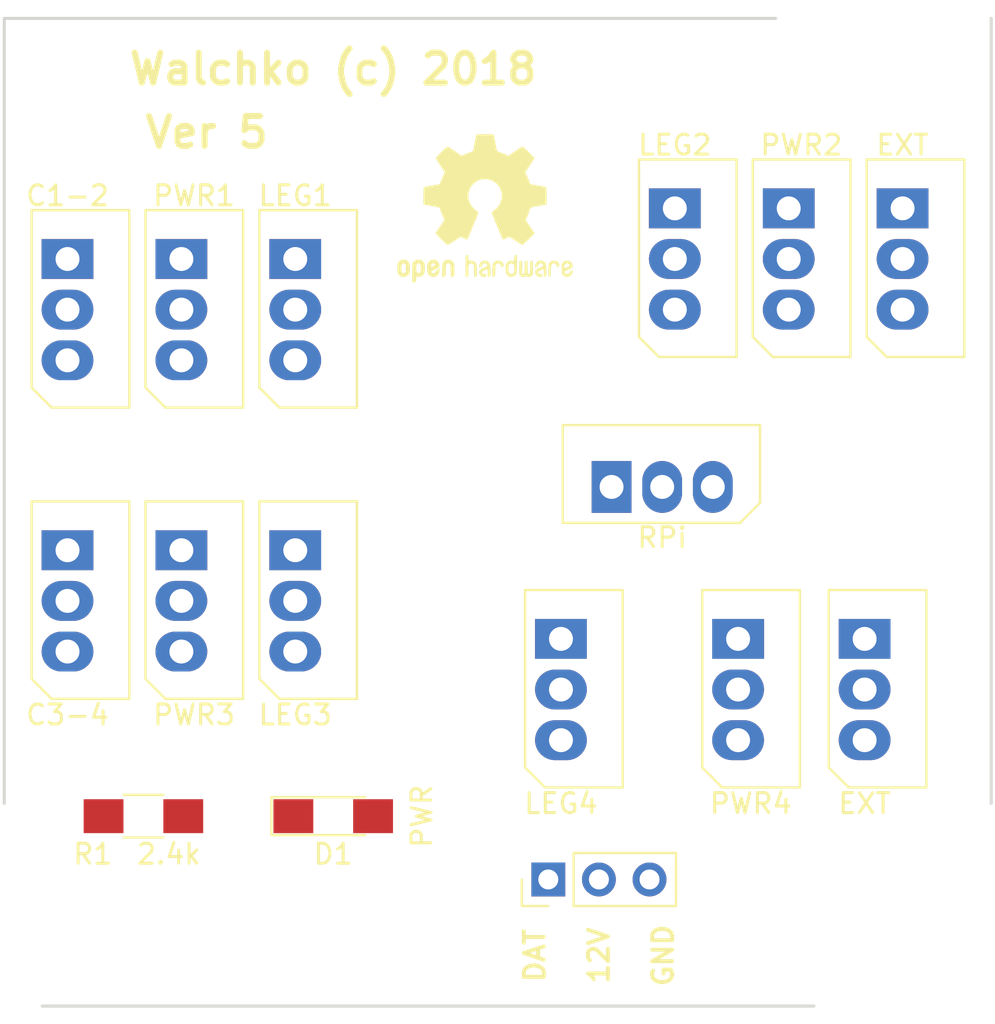
<source format=kicad_pcb>
(kicad_pcb (version 4) (host pcbnew 4.0.7)

  (general
    (links 35)
    (no_connects 35)
    (area 109.144999 59.614999 155.015001 104.215001)
    (thickness 1.6)
    (drawings 7)
    (tracks 0)
    (zones 0)
    (modules 21)
    (nets 8)
  )

  (page USLetter)
  (layers
    (0 F.Cu signal)
    (31 B.Cu signal)
    (32 B.Adhes user)
    (33 F.Adhes user)
    (34 B.Paste user)
    (35 F.Paste user)
    (36 B.SilkS user)
    (37 F.SilkS user)
    (38 B.Mask user)
    (39 F.Mask user)
    (40 Dwgs.User user)
    (41 Cmts.User user)
    (42 Eco1.User user)
    (43 Eco2.User user)
    (44 Edge.Cuts user)
    (45 Margin user)
    (46 B.CrtYd user)
    (47 F.CrtYd user)
    (48 B.Fab user)
    (49 F.Fab user)
  )

  (setup
    (last_trace_width 0.25)
    (user_trace_width 1.6)
    (trace_clearance 0.2)
    (zone_clearance 0.508)
    (zone_45_only no)
    (trace_min 0.2)
    (segment_width 0.2)
    (edge_width 0.15)
    (via_size 0.6)
    (via_drill 0.4)
    (via_min_size 0.4)
    (via_min_drill 0.3)
    (uvia_size 0.3)
    (uvia_drill 0.1)
    (uvias_allowed no)
    (uvia_min_size 0.2)
    (uvia_min_drill 0.1)
    (pcb_text_width 0.3)
    (pcb_text_size 1.5 1.5)
    (mod_edge_width 0.15)
    (mod_text_size 1 1)
    (mod_text_width 0.15)
    (pad_size 1.524 1.524)
    (pad_drill 0.762)
    (pad_to_mask_clearance 0.2)
    (aux_axis_origin 0 0)
    (visible_elements 7FFFFFFF)
    (pcbplotparams
      (layerselection 0x010f0_80000001)
      (usegerberextensions false)
      (excludeedgelayer true)
      (linewidth 0.100000)
      (plotframeref false)
      (viasonmask false)
      (mode 1)
      (useauxorigin false)
      (hpglpennumber 1)
      (hpglpenspeed 20)
      (hpglpendiameter 15)
      (hpglpenoverlay 2)
      (psnegative false)
      (psa4output false)
      (plotreference true)
      (plotvalue true)
      (plotinvisibletext false)
      (padsonsilk false)
      (subtractmaskfromsilk false)
      (outputformat 1)
      (mirror false)
      (drillshape 0)
      (scaleselection 1)
      (outputdirectory gerber/))
  )

  (net 0 "")
  (net 1 DATA)
  (net 2 GND)
  (net 3 +12V)
  (net 4 "Net-(D1-Pad1)")
  (net 5 "Net-(J1-Pad2)")
  (net 6 "Net-(J14-Pad2)")
  (net 7 "Net-(J10-Pad2)")

  (net_class Default "This is the default net class."
    (clearance 0.2)
    (trace_width 0.25)
    (via_dia 0.6)
    (via_drill 0.4)
    (uvia_dia 0.3)
    (uvia_drill 0.1)
    (add_net +12V)
    (add_net DATA)
    (add_net GND)
    (add_net "Net-(D1-Pad1)")
    (add_net "Net-(J1-Pad2)")
    (add_net "Net-(J10-Pad2)")
    (add_net "Net-(J14-Pad2)")
  )

  (net_class A ""
    (clearance 0.2)
    (trace_width 1.5)
    (via_dia 0.6)
    (via_drill 0.4)
    (uvia_dia 0.3)
    (uvia_drill 0.1)
  )

  (module LEDs:LED_1206_HandSoldering (layer F.Cu) (tedit 5ACD0ED0) (tstamp 5A933437)
    (at 125.73 99.695)
    (descr "LED SMD 1206, hand soldering")
    (tags "LED 1206")
    (path /5ACD24C2)
    (attr smd)
    (fp_text reference D1 (at 0 1.905) (layer F.SilkS)
      (effects (font (size 1 1) (thickness 0.15)))
    )
    (fp_text value PWR (at 4.445 0 90) (layer F.SilkS)
      (effects (font (size 1 1) (thickness 0.15)))
    )
    (fp_line (start -3.1 -0.95) (end -3.1 0.95) (layer F.SilkS) (width 0.12))
    (fp_line (start -0.4 0) (end 0.2 -0.4) (layer F.Fab) (width 0.1))
    (fp_line (start 0.2 -0.4) (end 0.2 0.4) (layer F.Fab) (width 0.1))
    (fp_line (start 0.2 0.4) (end -0.4 0) (layer F.Fab) (width 0.1))
    (fp_line (start -0.45 -0.4) (end -0.45 0.4) (layer F.Fab) (width 0.1))
    (fp_line (start -1.6 0.8) (end -1.6 -0.8) (layer F.Fab) (width 0.1))
    (fp_line (start 1.6 0.8) (end -1.6 0.8) (layer F.Fab) (width 0.1))
    (fp_line (start 1.6 -0.8) (end 1.6 0.8) (layer F.Fab) (width 0.1))
    (fp_line (start -1.6 -0.8) (end 1.6 -0.8) (layer F.Fab) (width 0.1))
    (fp_line (start -3.1 0.95) (end 1.6 0.95) (layer F.SilkS) (width 0.12))
    (fp_line (start -3.1 -0.95) (end 1.6 -0.95) (layer F.SilkS) (width 0.12))
    (fp_line (start -3.25 -1.11) (end 3.25 -1.11) (layer F.CrtYd) (width 0.05))
    (fp_line (start -3.25 -1.11) (end -3.25 1.1) (layer F.CrtYd) (width 0.05))
    (fp_line (start 3.25 1.1) (end 3.25 -1.11) (layer F.CrtYd) (width 0.05))
    (fp_line (start 3.25 1.1) (end -3.25 1.1) (layer F.CrtYd) (width 0.05))
    (pad 1 smd rect (at -2 0) (size 2 1.7) (layers F.Cu F.Paste F.Mask)
      (net 4 "Net-(D1-Pad1)"))
    (pad 2 smd rect (at 2 0) (size 2 1.7) (layers F.Cu F.Paste F.Mask)
      (net 3 +12V))
    (model ${KISYS3DMOD}/LEDs.3dshapes/LED_1206.wrl
      (at (xyz 0 0 0))
      (scale (xyz 1 1 1))
      (rotate (xyz 0 0 180))
    )
  )

  (module Connectors_Molex:Molex_SPOX-5267_22-03-5035_03x2.54mm_Straight (layer F.Cu) (tedit 5AF32ABA) (tstamp 5A9394F1)
    (at 112.395 71.755 270)
    (descr "Connector Headers with Friction Lock, 22-03-5035, http://www.molex.com/pdm_docs/ps/PS-5264-001-001.pdf")
    (tags "connector molex SPOX 5267 22-03-5035")
    (path /5A7A565B)
    (fp_text reference J1 (at -1.27 2.54 270) (layer F.Fab)
      (effects (font (size 1 1) (thickness 0.15)))
    )
    (fp_text value C1-2 (at -3.175 0 360) (layer F.SilkS)
      (effects (font (size 1 1) (thickness 0.15)))
    )
    (fp_line (start 6.45 1.8) (end 7.45 0.8) (layer F.SilkS) (width 0.12))
    (fp_line (start -2.45 -3.1) (end -2.45 1.8) (layer F.SilkS) (width 0.12))
    (fp_line (start -2.45 1.8) (end 6.45 1.8) (layer F.SilkS) (width 0.12))
    (fp_line (start 7.45 0.8) (end 7.45 -3.1) (layer F.SilkS) (width 0.12))
    (fp_line (start 7.45 -3.1) (end -2.45 -3.1) (layer F.SilkS) (width 0.12))
    (fp_line (start -2.5 1.85) (end -2.5 -3.15) (layer F.CrtYd) (width 0.05))
    (fp_line (start -2.5 -3.15) (end 7.5 -3.15) (layer F.CrtYd) (width 0.05))
    (fp_line (start 7.5 -3.15) (end 7.5 1.85) (layer F.CrtYd) (width 0.05))
    (fp_line (start 7.5 1.85) (end -2.5 1.85) (layer F.CrtYd) (width 0.05))
    (fp_line (start 7.35 -3) (end -2.35 -3) (layer F.Fab) (width 0.1))
    (fp_line (start 7.35 0.7) (end 7.35 -3) (layer F.Fab) (width 0.1))
    (fp_line (start 6.35 1.7) (end 7.35 0.7) (layer F.Fab) (width 0.1))
    (fp_line (start -2.35 1.7) (end 6.35 1.7) (layer F.Fab) (width 0.1))
    (fp_line (start -2.35 -3) (end -2.35 1.7) (layer F.Fab) (width 0.1))
    (pad 1 thru_hole rect (at 0 0 270) (size 2 2.6) (drill 1.2) (layers *.Cu *.Mask)
      (net 1 DATA))
    (pad 2 thru_hole oval (at 2.54 0 270) (size 2 2.6) (drill 1.2) (layers *.Cu *.Mask)
      (net 5 "Net-(J1-Pad2)"))
    (pad 3 thru_hole oval (at 5.08 0 270) (size 2 2.6) (drill 1.2) (layers *.Cu *.Mask)
      (net 2 GND))
    (model ${KISYS3DMOD}/Connectors_Molex.3dshapes/Molex_SPOX-5267_22-03-5035_03x2.54mm_Straight.wrl
      (at (xyz 0.1 0.023622 0.114173))
      (scale (xyz 1 1 1))
      (rotate (xyz -90 0 180))
    )
  )

  (module Pin_Headers:Pin_Header_Straight_1x03_Pitch2.54mm (layer F.Cu) (tedit 5AF32AFD) (tstamp 5ACD02CA)
    (at 136.525 102.87 90)
    (descr "Through hole straight pin header, 1x03, 2.54mm pitch, single row")
    (tags "Through hole pin header THT 1x03 2.54mm single row")
    (path /5ACD2202)
    (fp_text reference J3 (at 0 -2.33 90) (layer F.Fab)
      (effects (font (size 1 1) (thickness 0.15)))
    )
    (fp_text value Data (at 0 7.41 90) (layer F.Fab)
      (effects (font (size 1 1) (thickness 0.15)))
    )
    (fp_line (start -0.635 -1.27) (end 1.27 -1.27) (layer F.Fab) (width 0.1))
    (fp_line (start 1.27 -1.27) (end 1.27 6.35) (layer F.Fab) (width 0.1))
    (fp_line (start 1.27 6.35) (end -1.27 6.35) (layer F.Fab) (width 0.1))
    (fp_line (start -1.27 6.35) (end -1.27 -0.635) (layer F.Fab) (width 0.1))
    (fp_line (start -1.27 -0.635) (end -0.635 -1.27) (layer F.Fab) (width 0.1))
    (fp_line (start -1.33 6.41) (end 1.33 6.41) (layer F.SilkS) (width 0.12))
    (fp_line (start -1.33 1.27) (end -1.33 6.41) (layer F.SilkS) (width 0.12))
    (fp_line (start 1.33 1.27) (end 1.33 6.41) (layer F.SilkS) (width 0.12))
    (fp_line (start -1.33 1.27) (end 1.33 1.27) (layer F.SilkS) (width 0.12))
    (fp_line (start -1.33 0) (end -1.33 -1.33) (layer F.SilkS) (width 0.12))
    (fp_line (start -1.33 -1.33) (end 0 -1.33) (layer F.SilkS) (width 0.12))
    (fp_line (start -1.8 -1.8) (end -1.8 6.85) (layer F.CrtYd) (width 0.05))
    (fp_line (start -1.8 6.85) (end 1.8 6.85) (layer F.CrtYd) (width 0.05))
    (fp_line (start 1.8 6.85) (end 1.8 -1.8) (layer F.CrtYd) (width 0.05))
    (fp_line (start 1.8 -1.8) (end -1.8 -1.8) (layer F.CrtYd) (width 0.05))
    (fp_text user %R (at 0 2.54 180) (layer F.Fab)
      (effects (font (size 1 1) (thickness 0.15)))
    )
    (pad 1 thru_hole rect (at 0 0 90) (size 1.7 1.7) (drill 1) (layers *.Cu *.Mask)
      (net 1 DATA))
    (pad 2 thru_hole oval (at 0 2.54 90) (size 1.7 1.7) (drill 1) (layers *.Cu *.Mask)
      (net 3 +12V))
    (pad 3 thru_hole oval (at 0 5.08 90) (size 1.7 1.7) (drill 1) (layers *.Cu *.Mask)
      (net 2 GND))
    (model ${KISYS3DMOD}/Pin_Headers.3dshapes/Pin_Header_Straight_1x03_Pitch2.54mm.wrl
      (at (xyz 0 0 0))
      (scale (xyz 1 1 1))
      (rotate (xyz 0 0 0))
    )
  )

  (module Connectors_Molex:Molex_SPOX-5267_22-03-5035_03x2.54mm_Straight (layer F.Cu) (tedit 5AF32AAC) (tstamp 5ACD02D5)
    (at 123.825 71.755 270)
    (descr "Connector Headers with Friction Lock, 22-03-5035, http://www.molex.com/pdm_docs/ps/PS-5264-001-001.pdf")
    (tags "connector molex SPOX 5267 22-03-5035")
    (path /5ACCFEAF)
    (fp_text reference J8 (at 2.54 -3.81 270) (layer F.Fab)
      (effects (font (size 1 1) (thickness 0.15)))
    )
    (fp_text value LEG1 (at -3.175 0 360) (layer F.SilkS)
      (effects (font (size 1 1) (thickness 0.15)))
    )
    (fp_line (start 6.45 1.8) (end 7.45 0.8) (layer F.SilkS) (width 0.12))
    (fp_line (start -2.45 -3.1) (end -2.45 1.8) (layer F.SilkS) (width 0.12))
    (fp_line (start -2.45 1.8) (end 6.45 1.8) (layer F.SilkS) (width 0.12))
    (fp_line (start 7.45 0.8) (end 7.45 -3.1) (layer F.SilkS) (width 0.12))
    (fp_line (start 7.45 -3.1) (end -2.45 -3.1) (layer F.SilkS) (width 0.12))
    (fp_line (start -2.5 1.85) (end -2.5 -3.15) (layer F.CrtYd) (width 0.05))
    (fp_line (start -2.5 -3.15) (end 7.5 -3.15) (layer F.CrtYd) (width 0.05))
    (fp_line (start 7.5 -3.15) (end 7.5 1.85) (layer F.CrtYd) (width 0.05))
    (fp_line (start 7.5 1.85) (end -2.5 1.85) (layer F.CrtYd) (width 0.05))
    (fp_line (start 7.35 -3) (end -2.35 -3) (layer F.Fab) (width 0.1))
    (fp_line (start 7.35 0.7) (end 7.35 -3) (layer F.Fab) (width 0.1))
    (fp_line (start 6.35 1.7) (end 7.35 0.7) (layer F.Fab) (width 0.1))
    (fp_line (start -2.35 1.7) (end 6.35 1.7) (layer F.Fab) (width 0.1))
    (fp_line (start -2.35 -3) (end -2.35 1.7) (layer F.Fab) (width 0.1))
    (pad 1 thru_hole rect (at 0 0 270) (size 2 2.6) (drill 1.2) (layers *.Cu *.Mask)
      (net 1 DATA))
    (pad 2 thru_hole oval (at 2.54 0 270) (size 2 2.6) (drill 1.2) (layers *.Cu *.Mask)
      (net 5 "Net-(J1-Pad2)"))
    (pad 3 thru_hole oval (at 5.08 0 270) (size 2 2.6) (drill 1.2) (layers *.Cu *.Mask)
      (net 2 GND))
    (model ${KISYS3DMOD}/Connectors_Molex.3dshapes/Molex_SPOX-5267_22-03-5035_03x2.54mm_Straight.wrl
      (at (xyz 0.1 0.023622 0.114173))
      (scale (xyz 1 1 1))
      (rotate (xyz -90 0 180))
    )
  )

  (module Connectors_Molex:Molex_SPOX-5267_22-03-5035_03x2.54mm_Straight (layer F.Cu) (tedit 5ACD10F4) (tstamp 5ACD02E0)
    (at 142.875 69.215 270)
    (descr "Connector Headers with Friction Lock, 22-03-5035, http://www.molex.com/pdm_docs/ps/PS-5264-001-001.pdf")
    (tags "connector molex SPOX 5267 22-03-5035")
    (path /5ACD102B)
    (fp_text reference J10 (at 2.54 -3.81 270) (layer F.Fab)
      (effects (font (size 1 1) (thickness 0.15)))
    )
    (fp_text value LEG2 (at -3.175 0 360) (layer F.SilkS)
      (effects (font (size 1 1) (thickness 0.15)))
    )
    (fp_line (start 6.45 1.8) (end 7.45 0.8) (layer F.SilkS) (width 0.12))
    (fp_line (start -2.45 -3.1) (end -2.45 1.8) (layer F.SilkS) (width 0.12))
    (fp_line (start -2.45 1.8) (end 6.45 1.8) (layer F.SilkS) (width 0.12))
    (fp_line (start 7.45 0.8) (end 7.45 -3.1) (layer F.SilkS) (width 0.12))
    (fp_line (start 7.45 -3.1) (end -2.45 -3.1) (layer F.SilkS) (width 0.12))
    (fp_line (start -2.5 1.85) (end -2.5 -3.15) (layer F.CrtYd) (width 0.05))
    (fp_line (start -2.5 -3.15) (end 7.5 -3.15) (layer F.CrtYd) (width 0.05))
    (fp_line (start 7.5 -3.15) (end 7.5 1.85) (layer F.CrtYd) (width 0.05))
    (fp_line (start 7.5 1.85) (end -2.5 1.85) (layer F.CrtYd) (width 0.05))
    (fp_line (start 7.35 -3) (end -2.35 -3) (layer F.Fab) (width 0.1))
    (fp_line (start 7.35 0.7) (end 7.35 -3) (layer F.Fab) (width 0.1))
    (fp_line (start 6.35 1.7) (end 7.35 0.7) (layer F.Fab) (width 0.1))
    (fp_line (start -2.35 1.7) (end 6.35 1.7) (layer F.Fab) (width 0.1))
    (fp_line (start -2.35 -3) (end -2.35 1.7) (layer F.Fab) (width 0.1))
    (pad 1 thru_hole rect (at 0 0 270) (size 2 2.6) (drill 1.2) (layers *.Cu *.Mask)
      (net 1 DATA))
    (pad 2 thru_hole oval (at 2.54 0 270) (size 2 2.6) (drill 1.2) (layers *.Cu *.Mask)
      (net 7 "Net-(J10-Pad2)"))
    (pad 3 thru_hole oval (at 5.08 0 270) (size 2 2.6) (drill 1.2) (layers *.Cu *.Mask)
      (net 2 GND))
    (model ${KISYS3DMOD}/Connectors_Molex.3dshapes/Molex_SPOX-5267_22-03-5035_03x2.54mm_Straight.wrl
      (at (xyz 0.1 0.023622 0.114173))
      (scale (xyz 1 1 1))
      (rotate (xyz -90 0 180))
    )
  )

  (module Connectors_Molex:Molex_SPOX-5267_22-03-5035_03x2.54mm_Straight (layer F.Cu) (tedit 5AF32ACB) (tstamp 5ACD02E6)
    (at 154.305 69.215 270)
    (descr "Connector Headers with Friction Lock, 22-03-5035, http://www.molex.com/pdm_docs/ps/PS-5264-001-001.pdf")
    (tags "connector molex SPOX 5267 22-03-5035")
    (path /5ACD103D)
    (fp_text reference J11 (at 2.54 -3.81 270) (layer F.Fab)
      (effects (font (size 1 1) (thickness 0.15)))
    )
    (fp_text value EXT (at -3.175 0 360) (layer F.SilkS)
      (effects (font (size 1 1) (thickness 0.15)))
    )
    (fp_line (start 6.45 1.8) (end 7.45 0.8) (layer F.SilkS) (width 0.12))
    (fp_line (start -2.45 -3.1) (end -2.45 1.8) (layer F.SilkS) (width 0.12))
    (fp_line (start -2.45 1.8) (end 6.45 1.8) (layer F.SilkS) (width 0.12))
    (fp_line (start 7.45 0.8) (end 7.45 -3.1) (layer F.SilkS) (width 0.12))
    (fp_line (start 7.45 -3.1) (end -2.45 -3.1) (layer F.SilkS) (width 0.12))
    (fp_line (start -2.5 1.85) (end -2.5 -3.15) (layer F.CrtYd) (width 0.05))
    (fp_line (start -2.5 -3.15) (end 7.5 -3.15) (layer F.CrtYd) (width 0.05))
    (fp_line (start 7.5 -3.15) (end 7.5 1.85) (layer F.CrtYd) (width 0.05))
    (fp_line (start 7.5 1.85) (end -2.5 1.85) (layer F.CrtYd) (width 0.05))
    (fp_line (start 7.35 -3) (end -2.35 -3) (layer F.Fab) (width 0.1))
    (fp_line (start 7.35 0.7) (end 7.35 -3) (layer F.Fab) (width 0.1))
    (fp_line (start 6.35 1.7) (end 7.35 0.7) (layer F.Fab) (width 0.1))
    (fp_line (start -2.35 1.7) (end 6.35 1.7) (layer F.Fab) (width 0.1))
    (fp_line (start -2.35 -3) (end -2.35 1.7) (layer F.Fab) (width 0.1))
    (pad 1 thru_hole rect (at 0 0 270) (size 2 2.6) (drill 1.2) (layers *.Cu *.Mask)
      (net 1 DATA))
    (pad 2 thru_hole oval (at 2.54 0 270) (size 2 2.6) (drill 1.2) (layers *.Cu *.Mask)
      (net 7 "Net-(J10-Pad2)"))
    (pad 3 thru_hole oval (at 5.08 0 270) (size 2 2.6) (drill 1.2) (layers *.Cu *.Mask)
      (net 2 GND))
    (model ${KISYS3DMOD}/Connectors_Molex.3dshapes/Molex_SPOX-5267_22-03-5035_03x2.54mm_Straight.wrl
      (at (xyz 0.1 0.023622 0.114173))
      (scale (xyz 1 1 1))
      (rotate (xyz -90 0 180))
    )
  )

  (module Resistors_SMD:R_1206_HandSoldering (layer F.Cu) (tedit 5ACD1121) (tstamp 5ACD02F1)
    (at 116.205 99.695 180)
    (descr "Resistor SMD 1206, hand soldering")
    (tags "resistor 1206")
    (path /5ACD2583)
    (attr smd)
    (fp_text reference R1 (at 2.54 -1.905 180) (layer F.SilkS)
      (effects (font (size 1 1) (thickness 0.15)))
    )
    (fp_text value 2.4k (at -1.27 -1.905 180) (layer F.SilkS)
      (effects (font (size 1 1) (thickness 0.15)))
    )
    (fp_text user %R (at 0 0 180) (layer F.Fab)
      (effects (font (size 0.7 0.7) (thickness 0.105)))
    )
    (fp_line (start -1.6 0.8) (end -1.6 -0.8) (layer F.Fab) (width 0.1))
    (fp_line (start 1.6 0.8) (end -1.6 0.8) (layer F.Fab) (width 0.1))
    (fp_line (start 1.6 -0.8) (end 1.6 0.8) (layer F.Fab) (width 0.1))
    (fp_line (start -1.6 -0.8) (end 1.6 -0.8) (layer F.Fab) (width 0.1))
    (fp_line (start 1 1.07) (end -1 1.07) (layer F.SilkS) (width 0.12))
    (fp_line (start -1 -1.07) (end 1 -1.07) (layer F.SilkS) (width 0.12))
    (fp_line (start -3.25 -1.11) (end 3.25 -1.11) (layer F.CrtYd) (width 0.05))
    (fp_line (start -3.25 -1.11) (end -3.25 1.1) (layer F.CrtYd) (width 0.05))
    (fp_line (start 3.25 1.1) (end 3.25 -1.11) (layer F.CrtYd) (width 0.05))
    (fp_line (start 3.25 1.1) (end -3.25 1.1) (layer F.CrtYd) (width 0.05))
    (pad 1 smd rect (at -2 0 180) (size 2 1.7) (layers F.Cu F.Paste F.Mask)
      (net 4 "Net-(D1-Pad1)"))
    (pad 2 smd rect (at 2 0 180) (size 2 1.7) (layers F.Cu F.Paste F.Mask)
      (net 2 GND))
    (model ${KISYS3DMOD}/Resistors_SMD.3dshapes/R_1206.wrl
      (at (xyz 0 0 0))
      (scale (xyz 1 1 1))
      (rotate (xyz 0 0 0))
    )
  )

  (module Connectors_Molex:Molex_SPOX-5267_22-03-5035_03x2.54mm_Straight (layer F.Cu) (tedit 5AF32AE2) (tstamp 5ACD0802)
    (at 137.16 90.805 270)
    (descr "Connector Headers with Friction Lock, 22-03-5035, http://www.molex.com/pdm_docs/ps/PS-5264-001-001.pdf")
    (tags "connector molex SPOX 5267 22-03-5035")
    (path /5ACD2DCD)
    (fp_text reference J12 (at 2.54 -3.81 270) (layer F.Fab)
      (effects (font (size 1 1) (thickness 0.15)))
    )
    (fp_text value LEG4 (at 8.255 0 360) (layer F.SilkS)
      (effects (font (size 1 1) (thickness 0.15)))
    )
    (fp_line (start 6.45 1.8) (end 7.45 0.8) (layer F.SilkS) (width 0.12))
    (fp_line (start -2.45 -3.1) (end -2.45 1.8) (layer F.SilkS) (width 0.12))
    (fp_line (start -2.45 1.8) (end 6.45 1.8) (layer F.SilkS) (width 0.12))
    (fp_line (start 7.45 0.8) (end 7.45 -3.1) (layer F.SilkS) (width 0.12))
    (fp_line (start 7.45 -3.1) (end -2.45 -3.1) (layer F.SilkS) (width 0.12))
    (fp_line (start -2.5 1.85) (end -2.5 -3.15) (layer F.CrtYd) (width 0.05))
    (fp_line (start -2.5 -3.15) (end 7.5 -3.15) (layer F.CrtYd) (width 0.05))
    (fp_line (start 7.5 -3.15) (end 7.5 1.85) (layer F.CrtYd) (width 0.05))
    (fp_line (start 7.5 1.85) (end -2.5 1.85) (layer F.CrtYd) (width 0.05))
    (fp_line (start 7.35 -3) (end -2.35 -3) (layer F.Fab) (width 0.1))
    (fp_line (start 7.35 0.7) (end 7.35 -3) (layer F.Fab) (width 0.1))
    (fp_line (start 6.35 1.7) (end 7.35 0.7) (layer F.Fab) (width 0.1))
    (fp_line (start -2.35 1.7) (end 6.35 1.7) (layer F.Fab) (width 0.1))
    (fp_line (start -2.35 -3) (end -2.35 1.7) (layer F.Fab) (width 0.1))
    (pad 1 thru_hole rect (at 0 0 270) (size 2 2.6) (drill 1.2) (layers *.Cu *.Mask)
      (net 1 DATA))
    (pad 2 thru_hole oval (at 2.54 0 270) (size 2 2.6) (drill 1.2) (layers *.Cu *.Mask)
      (net 3 +12V))
    (pad 3 thru_hole oval (at 5.08 0 270) (size 2 2.6) (drill 1.2) (layers *.Cu *.Mask)
      (net 2 GND))
    (model ${KISYS3DMOD}/Connectors_Molex.3dshapes/Molex_SPOX-5267_22-03-5035_03x2.54mm_Straight.wrl
      (at (xyz 0.1 0.023622 0.114173))
      (scale (xyz 1 1 1))
      (rotate (xyz -90 0 180))
    )
  )

  (module Connectors_Molex:Molex_SPOX-5267_22-03-5035_03x2.54mm_Straight (layer F.Cu) (tedit 5AF32AF1) (tstamp 5ACD0809)
    (at 152.4 90.805 270)
    (descr "Connector Headers with Friction Lock, 22-03-5035, http://www.molex.com/pdm_docs/ps/PS-5264-001-001.pdf")
    (tags "connector molex SPOX 5267 22-03-5035")
    (path /5ACD2DDF)
    (fp_text reference J13 (at 2.54 -3.81 270) (layer F.Fab)
      (effects (font (size 1 1) (thickness 0.15)))
    )
    (fp_text value EXT (at 8.255 0 360) (layer F.SilkS)
      (effects (font (size 1 1) (thickness 0.15)))
    )
    (fp_line (start 6.45 1.8) (end 7.45 0.8) (layer F.SilkS) (width 0.12))
    (fp_line (start -2.45 -3.1) (end -2.45 1.8) (layer F.SilkS) (width 0.12))
    (fp_line (start -2.45 1.8) (end 6.45 1.8) (layer F.SilkS) (width 0.12))
    (fp_line (start 7.45 0.8) (end 7.45 -3.1) (layer F.SilkS) (width 0.12))
    (fp_line (start 7.45 -3.1) (end -2.45 -3.1) (layer F.SilkS) (width 0.12))
    (fp_line (start -2.5 1.85) (end -2.5 -3.15) (layer F.CrtYd) (width 0.05))
    (fp_line (start -2.5 -3.15) (end 7.5 -3.15) (layer F.CrtYd) (width 0.05))
    (fp_line (start 7.5 -3.15) (end 7.5 1.85) (layer F.CrtYd) (width 0.05))
    (fp_line (start 7.5 1.85) (end -2.5 1.85) (layer F.CrtYd) (width 0.05))
    (fp_line (start 7.35 -3) (end -2.35 -3) (layer F.Fab) (width 0.1))
    (fp_line (start 7.35 0.7) (end 7.35 -3) (layer F.Fab) (width 0.1))
    (fp_line (start 6.35 1.7) (end 7.35 0.7) (layer F.Fab) (width 0.1))
    (fp_line (start -2.35 1.7) (end 6.35 1.7) (layer F.Fab) (width 0.1))
    (fp_line (start -2.35 -3) (end -2.35 1.7) (layer F.Fab) (width 0.1))
    (pad 1 thru_hole rect (at 0 0 270) (size 2 2.6) (drill 1.2) (layers *.Cu *.Mask)
      (net 1 DATA))
    (pad 2 thru_hole oval (at 2.54 0 270) (size 2 2.6) (drill 1.2) (layers *.Cu *.Mask)
      (net 3 +12V))
    (pad 3 thru_hole oval (at 5.08 0 270) (size 2 2.6) (drill 1.2) (layers *.Cu *.Mask)
      (net 2 GND))
    (model ${KISYS3DMOD}/Connectors_Molex.3dshapes/Molex_SPOX-5267_22-03-5035_03x2.54mm_Straight.wrl
      (at (xyz 0.1 0.023622 0.114173))
      (scale (xyz 1 1 1))
      (rotate (xyz -90 0 180))
    )
  )

  (module Connectors_Molex:Molex_SPOX-5267_22-03-5035_03x2.54mm_Straight (layer F.Cu) (tedit 5AF32AD2) (tstamp 5ACD0810)
    (at 112.395 86.36 270)
    (descr "Connector Headers with Friction Lock, 22-03-5035, http://www.molex.com/pdm_docs/ps/PS-5264-001-001.pdf")
    (tags "connector molex SPOX 5267 22-03-5035")
    (path /5ACD2D1C)
    (fp_text reference J14 (at 2.54 -3.81 270) (layer F.Fab)
      (effects (font (size 1 1) (thickness 0.15)))
    )
    (fp_text value C3-4 (at 8.255 0 360) (layer F.SilkS)
      (effects (font (size 1 1) (thickness 0.15)))
    )
    (fp_line (start 6.45 1.8) (end 7.45 0.8) (layer F.SilkS) (width 0.12))
    (fp_line (start -2.45 -3.1) (end -2.45 1.8) (layer F.SilkS) (width 0.12))
    (fp_line (start -2.45 1.8) (end 6.45 1.8) (layer F.SilkS) (width 0.12))
    (fp_line (start 7.45 0.8) (end 7.45 -3.1) (layer F.SilkS) (width 0.12))
    (fp_line (start 7.45 -3.1) (end -2.45 -3.1) (layer F.SilkS) (width 0.12))
    (fp_line (start -2.5 1.85) (end -2.5 -3.15) (layer F.CrtYd) (width 0.05))
    (fp_line (start -2.5 -3.15) (end 7.5 -3.15) (layer F.CrtYd) (width 0.05))
    (fp_line (start 7.5 -3.15) (end 7.5 1.85) (layer F.CrtYd) (width 0.05))
    (fp_line (start 7.5 1.85) (end -2.5 1.85) (layer F.CrtYd) (width 0.05))
    (fp_line (start 7.35 -3) (end -2.35 -3) (layer F.Fab) (width 0.1))
    (fp_line (start 7.35 0.7) (end 7.35 -3) (layer F.Fab) (width 0.1))
    (fp_line (start 6.35 1.7) (end 7.35 0.7) (layer F.Fab) (width 0.1))
    (fp_line (start -2.35 1.7) (end 6.35 1.7) (layer F.Fab) (width 0.1))
    (fp_line (start -2.35 -3) (end -2.35 1.7) (layer F.Fab) (width 0.1))
    (pad 1 thru_hole rect (at 0 0 270) (size 2 2.6) (drill 1.2) (layers *.Cu *.Mask)
      (net 1 DATA))
    (pad 2 thru_hole oval (at 2.54 0 270) (size 2 2.6) (drill 1.2) (layers *.Cu *.Mask)
      (net 6 "Net-(J14-Pad2)"))
    (pad 3 thru_hole oval (at 5.08 0 270) (size 2 2.6) (drill 1.2) (layers *.Cu *.Mask)
      (net 2 GND))
    (model ${KISYS3DMOD}/Connectors_Molex.3dshapes/Molex_SPOX-5267_22-03-5035_03x2.54mm_Straight.wrl
      (at (xyz 0.1 0.023622 0.114173))
      (scale (xyz 1 1 1))
      (rotate (xyz -90 0 180))
    )
  )

  (module Connectors_Molex:Molex_SPOX-5267_22-03-5035_03x2.54mm_Straight (layer F.Cu) (tedit 5AF32ADC) (tstamp 5ACD0817)
    (at 123.825 86.36 270)
    (descr "Connector Headers with Friction Lock, 22-03-5035, http://www.molex.com/pdm_docs/ps/PS-5264-001-001.pdf")
    (tags "connector molex SPOX 5267 22-03-5035")
    (path /5ACD2D2E)
    (fp_text reference J15 (at 2.54 -3.81 270) (layer F.Fab)
      (effects (font (size 1 1) (thickness 0.15)))
    )
    (fp_text value LEG3 (at 8.255 0 360) (layer F.SilkS)
      (effects (font (size 1 1) (thickness 0.15)))
    )
    (fp_line (start 6.45 1.8) (end 7.45 0.8) (layer F.SilkS) (width 0.12))
    (fp_line (start -2.45 -3.1) (end -2.45 1.8) (layer F.SilkS) (width 0.12))
    (fp_line (start -2.45 1.8) (end 6.45 1.8) (layer F.SilkS) (width 0.12))
    (fp_line (start 7.45 0.8) (end 7.45 -3.1) (layer F.SilkS) (width 0.12))
    (fp_line (start 7.45 -3.1) (end -2.45 -3.1) (layer F.SilkS) (width 0.12))
    (fp_line (start -2.5 1.85) (end -2.5 -3.15) (layer F.CrtYd) (width 0.05))
    (fp_line (start -2.5 -3.15) (end 7.5 -3.15) (layer F.CrtYd) (width 0.05))
    (fp_line (start 7.5 -3.15) (end 7.5 1.85) (layer F.CrtYd) (width 0.05))
    (fp_line (start 7.5 1.85) (end -2.5 1.85) (layer F.CrtYd) (width 0.05))
    (fp_line (start 7.35 -3) (end -2.35 -3) (layer F.Fab) (width 0.1))
    (fp_line (start 7.35 0.7) (end 7.35 -3) (layer F.Fab) (width 0.1))
    (fp_line (start 6.35 1.7) (end 7.35 0.7) (layer F.Fab) (width 0.1))
    (fp_line (start -2.35 1.7) (end 6.35 1.7) (layer F.Fab) (width 0.1))
    (fp_line (start -2.35 -3) (end -2.35 1.7) (layer F.Fab) (width 0.1))
    (pad 1 thru_hole rect (at 0 0 270) (size 2 2.6) (drill 1.2) (layers *.Cu *.Mask)
      (net 1 DATA))
    (pad 2 thru_hole oval (at 2.54 0 270) (size 2 2.6) (drill 1.2) (layers *.Cu *.Mask)
      (net 6 "Net-(J14-Pad2)"))
    (pad 3 thru_hole oval (at 5.08 0 270) (size 2 2.6) (drill 1.2) (layers *.Cu *.Mask)
      (net 2 GND))
    (model ${KISYS3DMOD}/Connectors_Molex.3dshapes/Molex_SPOX-5267_22-03-5035_03x2.54mm_Straight.wrl
      (at (xyz 0.1 0.023622 0.114173))
      (scale (xyz 1 1 1))
      (rotate (xyz -90 0 180))
    )
  )

  (module Mounting_Holes:MountingHole_2.2mm_M2 (layer F.Cu) (tedit 5AF3245D) (tstamp 5ACD1C7F)
    (at 155.575 62.23)
    (descr "Mounting Hole 2.2mm, no annular, M2")
    (tags "mounting hole 2.2mm no annular m2")
    (attr virtual)
    (fp_text reference "" (at 0 -3.2) (layer F.SilkS)
      (effects (font (size 1 1) (thickness 0.15)))
    )
    (fp_text value "" (at 0 3.2) (layer F.Fab)
      (effects (font (size 1 1) (thickness 0.15)))
    )
    (fp_text user %R (at 0.3 0) (layer F.Fab)
      (effects (font (size 1 1) (thickness 0.15)))
    )
    (fp_circle (center 0 0) (end 2.2 0) (layer Cmts.User) (width 0.15))
    (fp_circle (center 0 0) (end 2.45 0) (layer F.CrtYd) (width 0.05))
    (pad 1 np_thru_hole circle (at 0 0) (size 2.2 2.2) (drill 2.2) (layers *.Cu *.Mask))
  )

  (module Mounting_Holes:MountingHole_2.2mm_M2 (layer F.Cu) (tedit 5AF32454) (tstamp 5ACD1C8A)
    (at 111.76 62.23)
    (descr "Mounting Hole 2.2mm, no annular, M2")
    (tags "mounting hole 2.2mm no annular m2")
    (attr virtual)
    (fp_text reference "" (at 0 -3.2) (layer F.SilkS)
      (effects (font (size 1 1) (thickness 0.15)))
    )
    (fp_text value "" (at 0 3.2) (layer F.Fab)
      (effects (font (size 1 1) (thickness 0.15)))
    )
    (fp_text user %R (at 0.3 0) (layer F.Fab)
      (effects (font (size 1 1) (thickness 0.15)))
    )
    (fp_circle (center 0 0) (end 2.2 0) (layer Cmts.User) (width 0.15))
    (fp_circle (center 0 0) (end 2.45 0) (layer F.CrtYd) (width 0.05))
    (pad 1 np_thru_hole circle (at 0 0) (size 2.2 2.2) (drill 2.2) (layers *.Cu *.Mask))
  )

  (module Mounting_Holes:MountingHole_2.2mm_M2 (layer F.Cu) (tedit 5AF3244B) (tstamp 5ACD1C8F)
    (at 111.76 106.045)
    (descr "Mounting Hole 2.2mm, no annular, M2")
    (tags "mounting hole 2.2mm no annular m2")
    (attr virtual)
    (fp_text reference "" (at 0 -3.2) (layer F.SilkS)
      (effects (font (size 1 1) (thickness 0.15)))
    )
    (fp_text value "" (at 0 3.2) (layer F.Fab)
      (effects (font (size 1 1) (thickness 0.15)))
    )
    (fp_text user %R (at 0.3 0) (layer F.Fab)
      (effects (font (size 1 1) (thickness 0.15)))
    )
    (fp_circle (center 0 0) (end 2.2 0) (layer Cmts.User) (width 0.15))
    (fp_circle (center 0 0) (end 2.45 0) (layer F.CrtYd) (width 0.05))
    (pad 1 np_thru_hole circle (at 0 0) (size 2.2 2.2) (drill 2.2) (layers *.Cu *.Mask))
  )

  (module Mounting_Holes:MountingHole_2.2mm_M2 (layer F.Cu) (tedit 5AF32443) (tstamp 5ACD1C93)
    (at 155.575 106.68)
    (descr "Mounting Hole 2.2mm, no annular, M2")
    (tags "mounting hole 2.2mm no annular m2")
    (attr virtual)
    (fp_text reference "" (at 0 -3.2) (layer F.SilkS)
      (effects (font (size 1 1) (thickness 0.15)))
    )
    (fp_text value "" (at 0 3.2) (layer F.Fab)
      (effects (font (size 1 1) (thickness 0.15)))
    )
    (fp_text user %R (at 0.3 0) (layer F.Fab)
      (effects (font (size 1 1) (thickness 0.15)))
    )
    (fp_circle (center 0 0) (end 2.2 0) (layer Cmts.User) (width 0.15))
    (fp_circle (center 0 0) (end 2.45 0) (layer F.CrtYd) (width 0.05))
    (pad 1 np_thru_hole circle (at 0 0) (size 2.2 2.2) (drill 2.2) (layers *.Cu *.Mask))
  )

  (module Symbols:OSHW-Logo2_9.8x8mm_SilkScreen (layer F.Cu) (tedit 0) (tstamp 5ACD1D63)
    (at 133.35 69.215)
    (descr "Open Source Hardware Symbol")
    (tags "Logo Symbol OSHW")
    (attr virtual)
    (fp_text reference REF*** (at 0 0) (layer F.SilkS) hide
      (effects (font (size 1 1) (thickness 0.15)))
    )
    (fp_text value OSHW-Logo2_9.8x8mm_SilkScreen (at 0.75 0) (layer F.Fab) hide
      (effects (font (size 1 1) (thickness 0.15)))
    )
    (fp_poly (pts (xy -3.231114 2.584505) (xy -3.156461 2.621727) (xy -3.090569 2.690261) (xy -3.072423 2.715648)
      (xy -3.052655 2.748866) (xy -3.039828 2.784945) (xy -3.03249 2.833098) (xy -3.029187 2.902536)
      (xy -3.028462 2.994206) (xy -3.031737 3.11983) (xy -3.043123 3.214154) (xy -3.064959 3.284523)
      (xy -3.099581 3.338286) (xy -3.14933 3.382788) (xy -3.152986 3.385423) (xy -3.202015 3.412377)
      (xy -3.261055 3.425712) (xy -3.336141 3.429) (xy -3.458205 3.429) (xy -3.458256 3.547497)
      (xy -3.459392 3.613492) (xy -3.466314 3.652202) (xy -3.484402 3.675419) (xy -3.519038 3.694933)
      (xy -3.527355 3.69892) (xy -3.56628 3.717603) (xy -3.596417 3.729403) (xy -3.618826 3.730422)
      (xy -3.634567 3.716761) (xy -3.644698 3.684522) (xy -3.650277 3.629804) (xy -3.652365 3.548711)
      (xy -3.652019 3.437344) (xy -3.6503 3.291802) (xy -3.649763 3.248269) (xy -3.647828 3.098205)
      (xy -3.646096 3.000042) (xy -3.458308 3.000042) (xy -3.457252 3.083364) (xy -3.452562 3.13788)
      (xy -3.441949 3.173837) (xy -3.423128 3.201482) (xy -3.41035 3.214965) (xy -3.35811 3.254417)
      (xy -3.311858 3.257628) (xy -3.264133 3.225049) (xy -3.262923 3.223846) (xy -3.243506 3.198668)
      (xy -3.231693 3.164447) (xy -3.225735 3.111748) (xy -3.22388 3.031131) (xy -3.223846 3.013271)
      (xy -3.22833 2.902175) (xy -3.242926 2.825161) (xy -3.26935 2.778147) (xy -3.309317 2.75705)
      (xy -3.332416 2.754923) (xy -3.387238 2.7649) (xy -3.424842 2.797752) (xy -3.447477 2.857857)
      (xy -3.457394 2.949598) (xy -3.458308 3.000042) (xy -3.646096 3.000042) (xy -3.645778 2.98206)
      (xy -3.643127 2.894679) (xy -3.639394 2.830905) (xy -3.634093 2.785582) (xy -3.626742 2.753555)
      (xy -3.616857 2.729668) (xy -3.603954 2.708764) (xy -3.598421 2.700898) (xy -3.525031 2.626595)
      (xy -3.43224 2.584467) (xy -3.324904 2.572722) (xy -3.231114 2.584505)) (layer F.SilkS) (width 0.01))
    (fp_poly (pts (xy -1.728336 2.595089) (xy -1.665633 2.631358) (xy -1.622039 2.667358) (xy -1.590155 2.705075)
      (xy -1.56819 2.751199) (xy -1.554351 2.812421) (xy -1.546847 2.895431) (xy -1.543883 3.006919)
      (xy -1.543539 3.087062) (xy -1.543539 3.382065) (xy -1.709615 3.456515) (xy -1.719385 3.133402)
      (xy -1.723421 3.012729) (xy -1.727656 2.925141) (xy -1.732903 2.86465) (xy -1.739975 2.825268)
      (xy -1.749689 2.801007) (xy -1.762856 2.78588) (xy -1.767081 2.782606) (xy -1.831091 2.757034)
      (xy -1.895792 2.767153) (xy -1.934308 2.794) (xy -1.949975 2.813024) (xy -1.96082 2.837988)
      (xy -1.967712 2.875834) (xy -1.971521 2.933502) (xy -1.973117 3.017935) (xy -1.973385 3.105928)
      (xy -1.973437 3.216323) (xy -1.975328 3.294463) (xy -1.981655 3.347165) (xy -1.995017 3.381242)
      (xy -2.018015 3.403511) (xy -2.053246 3.420787) (xy -2.100303 3.438738) (xy -2.151697 3.458278)
      (xy -2.145579 3.111485) (xy -2.143116 2.986468) (xy -2.140233 2.894082) (xy -2.136102 2.827881)
      (xy -2.129893 2.78142) (xy -2.120774 2.748256) (xy -2.107917 2.721944) (xy -2.092416 2.698729)
      (xy -2.017629 2.624569) (xy -1.926372 2.581684) (xy -1.827117 2.571412) (xy -1.728336 2.595089)) (layer F.SilkS) (width 0.01))
    (fp_poly (pts (xy -3.983114 2.587256) (xy -3.891536 2.635409) (xy -3.823951 2.712905) (xy -3.799943 2.762727)
      (xy -3.781262 2.837533) (xy -3.771699 2.932052) (xy -3.770792 3.03521) (xy -3.778079 3.135935)
      (xy -3.793097 3.223153) (xy -3.815385 3.285791) (xy -3.822235 3.296579) (xy -3.903368 3.377105)
      (xy -3.999734 3.425336) (xy -4.104299 3.43945) (xy -4.210032 3.417629) (xy -4.239457 3.404547)
      (xy -4.296759 3.364231) (xy -4.34705 3.310775) (xy -4.351803 3.303995) (xy -4.371122 3.271321)
      (xy -4.383892 3.236394) (xy -4.391436 3.190414) (xy -4.395076 3.124584) (xy -4.396135 3.030105)
      (xy -4.396154 3.008923) (xy -4.396106 3.002182) (xy -4.200769 3.002182) (xy -4.199632 3.091349)
      (xy -4.195159 3.15052) (xy -4.185754 3.188741) (xy -4.169824 3.215053) (xy -4.161692 3.223846)
      (xy -4.114942 3.257261) (xy -4.069553 3.255737) (xy -4.02366 3.226752) (xy -3.996288 3.195809)
      (xy -3.980077 3.150643) (xy -3.970974 3.07942) (xy -3.970349 3.071114) (xy -3.968796 2.942037)
      (xy -3.985035 2.846172) (xy -4.018848 2.784107) (xy -4.070016 2.756432) (xy -4.08828 2.754923)
      (xy -4.13624 2.762513) (xy -4.169047 2.788808) (xy -4.189105 2.839095) (xy -4.198822 2.918664)
      (xy -4.200769 3.002182) (xy -4.396106 3.002182) (xy -4.395426 2.908249) (xy -4.392371 2.837906)
      (xy -4.385678 2.789163) (xy -4.37404 2.753288) (xy -4.356147 2.721548) (xy -4.352192 2.715648)
      (xy -4.285733 2.636104) (xy -4.213315 2.589929) (xy -4.125151 2.571599) (xy -4.095213 2.570703)
      (xy -3.983114 2.587256)) (layer F.SilkS) (width 0.01))
    (fp_poly (pts (xy -2.465746 2.599745) (xy -2.388714 2.651567) (xy -2.329184 2.726412) (xy -2.293622 2.821654)
      (xy -2.286429 2.891756) (xy -2.287246 2.921009) (xy -2.294086 2.943407) (xy -2.312888 2.963474)
      (xy -2.349592 2.985733) (xy -2.410138 3.014709) (xy -2.500466 3.054927) (xy -2.500923 3.055129)
      (xy -2.584067 3.09321) (xy -2.652247 3.127025) (xy -2.698495 3.152933) (xy -2.715842 3.167295)
      (xy -2.715846 3.167411) (xy -2.700557 3.198685) (xy -2.664804 3.233157) (xy -2.623758 3.25799)
      (xy -2.602963 3.262923) (xy -2.54623 3.245862) (xy -2.497373 3.203133) (xy -2.473535 3.156155)
      (xy -2.450603 3.121522) (xy -2.405682 3.082081) (xy -2.352877 3.048009) (xy -2.30629 3.02948)
      (xy -2.296548 3.028462) (xy -2.285582 3.045215) (xy -2.284921 3.088039) (xy -2.29298 3.145781)
      (xy -2.308173 3.207289) (xy -2.328914 3.261409) (xy -2.329962 3.26351) (xy -2.392379 3.35066)
      (xy -2.473274 3.409939) (xy -2.565144 3.439034) (xy -2.660487 3.435634) (xy -2.751802 3.397428)
      (xy -2.755862 3.394741) (xy -2.827694 3.329642) (xy -2.874927 3.244705) (xy -2.901066 3.133021)
      (xy -2.904574 3.101643) (xy -2.910787 2.953536) (xy -2.903339 2.884468) (xy -2.715846 2.884468)
      (xy -2.71341 2.927552) (xy -2.700086 2.940126) (xy -2.666868 2.930719) (xy -2.614506 2.908483)
      (xy -2.555976 2.88061) (xy -2.554521 2.879872) (xy -2.504911 2.853777) (xy -2.485 2.836363)
      (xy -2.48991 2.818107) (xy -2.510584 2.79412) (xy -2.563181 2.759406) (xy -2.619823 2.756856)
      (xy -2.670631 2.782119) (xy -2.705724 2.830847) (xy -2.715846 2.884468) (xy -2.903339 2.884468)
      (xy -2.898008 2.835036) (xy -2.865222 2.741055) (xy -2.819579 2.675215) (xy -2.737198 2.608681)
      (xy -2.646454 2.575676) (xy -2.553815 2.573573) (xy -2.465746 2.599745)) (layer F.SilkS) (width 0.01))
    (fp_poly (pts (xy -0.840154 2.49212) (xy -0.834428 2.57198) (xy -0.827851 2.619039) (xy -0.818738 2.639566)
      (xy -0.805402 2.639829) (xy -0.801077 2.637378) (xy -0.743556 2.619636) (xy -0.668732 2.620672)
      (xy -0.592661 2.63891) (xy -0.545082 2.662505) (xy -0.496298 2.700198) (xy -0.460636 2.742855)
      (xy -0.436155 2.797057) (xy -0.420913 2.869384) (xy -0.41297 2.966419) (xy -0.410384 3.094742)
      (xy -0.410338 3.119358) (xy -0.410308 3.39587) (xy -0.471839 3.41732) (xy -0.515541 3.431912)
      (xy -0.539518 3.438706) (xy -0.540223 3.438769) (xy -0.542585 3.420345) (xy -0.544594 3.369526)
      (xy -0.546099 3.292993) (xy -0.546947 3.19743) (xy -0.547077 3.139329) (xy -0.547349 3.024771)
      (xy -0.548748 2.942667) (xy -0.552151 2.886393) (xy -0.558433 2.849326) (xy -0.568471 2.824844)
      (xy -0.583139 2.806325) (xy -0.592298 2.797406) (xy -0.655211 2.761466) (xy -0.723864 2.758775)
      (xy -0.786152 2.78917) (xy -0.797671 2.800144) (xy -0.814567 2.820779) (xy -0.826286 2.845256)
      (xy -0.833767 2.880647) (xy -0.837946 2.934026) (xy -0.839763 3.012466) (xy -0.840154 3.120617)
      (xy -0.840154 3.39587) (xy -0.901685 3.41732) (xy -0.945387 3.431912) (xy -0.969364 3.438706)
      (xy -0.97007 3.438769) (xy -0.971874 3.420069) (xy -0.9735 3.367322) (xy -0.974883 3.285557)
      (xy -0.975958 3.179805) (xy -0.97666 3.055094) (xy -0.976923 2.916455) (xy -0.976923 2.381806)
      (xy -0.849923 2.328236) (xy -0.840154 2.49212)) (layer F.SilkS) (width 0.01))
    (fp_poly (pts (xy 0.053501 2.626303) (xy 0.13006 2.654733) (xy 0.130936 2.655279) (xy 0.178285 2.690127)
      (xy 0.213241 2.730852) (xy 0.237825 2.783925) (xy 0.254062 2.855814) (xy 0.263975 2.952992)
      (xy 0.269586 3.081928) (xy 0.270077 3.100298) (xy 0.277141 3.377287) (xy 0.217695 3.408028)
      (xy 0.174681 3.428802) (xy 0.14871 3.438646) (xy 0.147509 3.438769) (xy 0.143014 3.420606)
      (xy 0.139444 3.371612) (xy 0.137248 3.300031) (xy 0.136769 3.242068) (xy 0.136758 3.14817)
      (xy 0.132466 3.089203) (xy 0.117503 3.061079) (xy 0.085482 3.059706) (xy 0.030014 3.080998)
      (xy -0.053731 3.120136) (xy -0.115311 3.152643) (xy -0.146983 3.180845) (xy -0.156294 3.211582)
      (xy -0.156308 3.213104) (xy -0.140943 3.266054) (xy -0.095453 3.29466) (xy -0.025834 3.298803)
      (xy 0.024313 3.298084) (xy 0.050754 3.312527) (xy 0.067243 3.347218) (xy 0.076733 3.391416)
      (xy 0.063057 3.416493) (xy 0.057907 3.420082) (xy 0.009425 3.434496) (xy -0.058469 3.436537)
      (xy -0.128388 3.426983) (xy -0.177932 3.409522) (xy -0.24643 3.351364) (xy -0.285366 3.270408)
      (xy -0.293077 3.20716) (xy -0.287193 3.150111) (xy -0.265899 3.103542) (xy -0.223735 3.062181)
      (xy -0.155241 3.020755) (xy -0.054956 2.973993) (xy -0.048846 2.97135) (xy 0.04149 2.929617)
      (xy 0.097235 2.895391) (xy 0.121129 2.864635) (xy 0.115913 2.833311) (xy 0.084328 2.797383)
      (xy 0.074883 2.789116) (xy 0.011617 2.757058) (xy -0.053936 2.758407) (xy -0.111028 2.789838)
      (xy -0.148907 2.848024) (xy -0.152426 2.859446) (xy -0.1867 2.914837) (xy -0.230191 2.941518)
      (xy -0.293077 2.96796) (xy -0.293077 2.899548) (xy -0.273948 2.80011) (xy -0.217169 2.708902)
      (xy -0.187622 2.678389) (xy -0.120458 2.639228) (xy -0.035044 2.6215) (xy 0.053501 2.626303)) (layer F.SilkS) (width 0.01))
    (fp_poly (pts (xy 0.713362 2.62467) (xy 0.802117 2.657421) (xy 0.874022 2.71535) (xy 0.902144 2.756128)
      (xy 0.932802 2.830954) (xy 0.932165 2.885058) (xy 0.899987 2.921446) (xy 0.888081 2.927633)
      (xy 0.836675 2.946925) (xy 0.810422 2.941982) (xy 0.80153 2.909587) (xy 0.801077 2.891692)
      (xy 0.784797 2.825859) (xy 0.742365 2.779807) (xy 0.683388 2.757564) (xy 0.617475 2.763161)
      (xy 0.563895 2.792229) (xy 0.545798 2.80881) (xy 0.532971 2.828925) (xy 0.524306 2.859332)
      (xy 0.518696 2.906788) (xy 0.515035 2.97805) (xy 0.512215 3.079875) (xy 0.511484 3.112115)
      (xy 0.50882 3.22241) (xy 0.505792 3.300036) (xy 0.50125 3.351396) (xy 0.494046 3.38289)
      (xy 0.483033 3.40092) (xy 0.46706 3.411888) (xy 0.456834 3.416733) (xy 0.413406 3.433301)
      (xy 0.387842 3.438769) (xy 0.379395 3.420507) (xy 0.374239 3.365296) (xy 0.372346 3.272499)
      (xy 0.373689 3.141478) (xy 0.374107 3.121269) (xy 0.377058 3.001733) (xy 0.380548 2.914449)
      (xy 0.385514 2.852591) (xy 0.392893 2.809336) (xy 0.403624 2.77786) (xy 0.418645 2.751339)
      (xy 0.426502 2.739975) (xy 0.471553 2.689692) (xy 0.52194 2.650581) (xy 0.528108 2.647167)
      (xy 0.618458 2.620212) (xy 0.713362 2.62467)) (layer F.SilkS) (width 0.01))
    (fp_poly (pts (xy 1.602081 2.780289) (xy 1.601833 2.92632) (xy 1.600872 3.038655) (xy 1.598794 3.122678)
      (xy 1.595193 3.183769) (xy 1.589665 3.227309) (xy 1.581804 3.258679) (xy 1.571207 3.283262)
      (xy 1.563182 3.297294) (xy 1.496728 3.373388) (xy 1.41247 3.421084) (xy 1.319249 3.438199)
      (xy 1.2259 3.422546) (xy 1.170312 3.394418) (xy 1.111957 3.34576) (xy 1.072186 3.286333)
      (xy 1.04819 3.208507) (xy 1.037161 3.104652) (xy 1.035599 3.028462) (xy 1.035809 3.022986)
      (xy 1.172308 3.022986) (xy 1.173141 3.110355) (xy 1.176961 3.168192) (xy 1.185746 3.206029)
      (xy 1.201474 3.233398) (xy 1.220266 3.254042) (xy 1.283375 3.29389) (xy 1.351137 3.297295)
      (xy 1.415179 3.264025) (xy 1.420164 3.259517) (xy 1.441439 3.236067) (xy 1.454779 3.208166)
      (xy 1.462001 3.166641) (xy 1.464923 3.102316) (xy 1.465385 3.0312) (xy 1.464383 2.941858)
      (xy 1.460238 2.882258) (xy 1.451236 2.843089) (xy 1.435667 2.81504) (xy 1.422902 2.800144)
      (xy 1.3636 2.762575) (xy 1.295301 2.758057) (xy 1.23011 2.786753) (xy 1.217528 2.797406)
      (xy 1.196111 2.821063) (xy 1.182744 2.849251) (xy 1.175566 2.891245) (xy 1.172719 2.956319)
      (xy 1.172308 3.022986) (xy 1.035809 3.022986) (xy 1.040322 2.905765) (xy 1.056362 2.813577)
      (xy 1.086528 2.744269) (xy 1.133629 2.690211) (xy 1.170312 2.662505) (xy 1.23699 2.632572)
      (xy 1.314272 2.618678) (xy 1.38611 2.622397) (xy 1.426308 2.6374) (xy 1.442082 2.64167)
      (xy 1.45255 2.62575) (xy 1.459856 2.583089) (xy 1.465385 2.518106) (xy 1.471437 2.445732)
      (xy 1.479844 2.402187) (xy 1.495141 2.377287) (xy 1.521864 2.360845) (xy 1.538654 2.353564)
      (xy 1.602154 2.326963) (xy 1.602081 2.780289)) (layer F.SilkS) (width 0.01))
    (fp_poly (pts (xy 2.395929 2.636662) (xy 2.398911 2.688068) (xy 2.401247 2.766192) (xy 2.402749 2.864857)
      (xy 2.403231 2.968343) (xy 2.403231 3.318533) (xy 2.341401 3.380363) (xy 2.298793 3.418462)
      (xy 2.26139 3.433895) (xy 2.21027 3.432918) (xy 2.189978 3.430433) (xy 2.126554 3.4232)
      (xy 2.074095 3.419055) (xy 2.061308 3.418672) (xy 2.018199 3.421176) (xy 1.956544 3.427462)
      (xy 1.932638 3.430433) (xy 1.873922 3.435028) (xy 1.834464 3.425046) (xy 1.795338 3.394228)
      (xy 1.781215 3.380363) (xy 1.719385 3.318533) (xy 1.719385 2.663503) (xy 1.76915 2.640829)
      (xy 1.812002 2.624034) (xy 1.837073 2.618154) (xy 1.843501 2.636736) (xy 1.849509 2.688655)
      (xy 1.854697 2.768172) (xy 1.858664 2.869546) (xy 1.860577 2.955192) (xy 1.865923 3.292231)
      (xy 1.91256 3.298825) (xy 1.954976 3.294214) (xy 1.97576 3.279287) (xy 1.98157 3.251377)
      (xy 1.98653 3.191925) (xy 1.990246 3.108466) (xy 1.992324 3.008532) (xy 1.992624 2.957104)
      (xy 1.992923 2.661054) (xy 2.054454 2.639604) (xy 2.098004 2.62502) (xy 2.121694 2.618219)
      (xy 2.122377 2.618154) (xy 2.124754 2.636642) (xy 2.127366 2.687906) (xy 2.129995 2.765649)
      (xy 2.132421 2.863574) (xy 2.134115 2.955192) (xy 2.139461 3.292231) (xy 2.256692 3.292231)
      (xy 2.262072 2.984746) (xy 2.267451 2.677261) (xy 2.324601 2.647707) (xy 2.366797 2.627413)
      (xy 2.39177 2.618204) (xy 2.392491 2.618154) (xy 2.395929 2.636662)) (layer F.SilkS) (width 0.01))
    (fp_poly (pts (xy 2.887333 2.633528) (xy 2.94359 2.659117) (xy 2.987747 2.690124) (xy 3.020101 2.724795)
      (xy 3.042438 2.76952) (xy 3.056546 2.830692) (xy 3.064211 2.914701) (xy 3.06722 3.02794)
      (xy 3.067538 3.102509) (xy 3.067538 3.39342) (xy 3.017773 3.416095) (xy 2.978576 3.432667)
      (xy 2.959157 3.438769) (xy 2.955442 3.42061) (xy 2.952495 3.371648) (xy 2.950691 3.300153)
      (xy 2.950308 3.243385) (xy 2.948661 3.161371) (xy 2.944222 3.096309) (xy 2.93774 3.056467)
      (xy 2.93259 3.048) (xy 2.897977 3.056646) (xy 2.84364 3.078823) (xy 2.780722 3.108886)
      (xy 2.720368 3.141192) (xy 2.673721 3.170098) (xy 2.651926 3.189961) (xy 2.651839 3.190175)
      (xy 2.653714 3.226935) (xy 2.670525 3.262026) (xy 2.700039 3.290528) (xy 2.743116 3.300061)
      (xy 2.779932 3.29895) (xy 2.832074 3.298133) (xy 2.859444 3.310349) (xy 2.875882 3.342624)
      (xy 2.877955 3.34871) (xy 2.885081 3.394739) (xy 2.866024 3.422687) (xy 2.816353 3.436007)
      (xy 2.762697 3.43847) (xy 2.666142 3.42021) (xy 2.616159 3.394131) (xy 2.554429 3.332868)
      (xy 2.52169 3.25767) (xy 2.518753 3.178211) (xy 2.546424 3.104167) (xy 2.588047 3.057769)
      (xy 2.629604 3.031793) (xy 2.694922 2.998907) (xy 2.771038 2.965557) (xy 2.783726 2.960461)
      (xy 2.867333 2.923565) (xy 2.91553 2.891046) (xy 2.93103 2.858718) (xy 2.91655 2.822394)
      (xy 2.891692 2.794) (xy 2.832939 2.759039) (xy 2.768293 2.756417) (xy 2.709008 2.783358)
      (xy 2.666339 2.837088) (xy 2.660739 2.85095) (xy 2.628133 2.901936) (xy 2.58053 2.939787)
      (xy 2.520461 2.97085) (xy 2.520461 2.882768) (xy 2.523997 2.828951) (xy 2.539156 2.786534)
      (xy 2.572768 2.741279) (xy 2.605035 2.70642) (xy 2.655209 2.657062) (xy 2.694193 2.630547)
      (xy 2.736064 2.619911) (xy 2.78346 2.618154) (xy 2.887333 2.633528)) (layer F.SilkS) (width 0.01))
    (fp_poly (pts (xy 3.570807 2.636782) (xy 3.594161 2.646988) (xy 3.649902 2.691134) (xy 3.697569 2.754967)
      (xy 3.727048 2.823087) (xy 3.731846 2.85667) (xy 3.71576 2.903556) (xy 3.680475 2.928365)
      (xy 3.642644 2.943387) (xy 3.625321 2.946155) (xy 3.616886 2.926066) (xy 3.60023 2.882351)
      (xy 3.592923 2.862598) (xy 3.551948 2.794271) (xy 3.492622 2.760191) (xy 3.416552 2.761239)
      (xy 3.410918 2.762581) (xy 3.370305 2.781836) (xy 3.340448 2.819375) (xy 3.320055 2.879809)
      (xy 3.307836 2.967751) (xy 3.3025 3.087813) (xy 3.302 3.151698) (xy 3.301752 3.252403)
      (xy 3.300126 3.321054) (xy 3.295801 3.364673) (xy 3.287454 3.390282) (xy 3.273765 3.404903)
      (xy 3.253411 3.415558) (xy 3.252234 3.416095) (xy 3.213038 3.432667) (xy 3.193619 3.438769)
      (xy 3.190635 3.420319) (xy 3.188081 3.369323) (xy 3.18614 3.292308) (xy 3.184997 3.195805)
      (xy 3.184769 3.125184) (xy 3.185932 2.988525) (xy 3.190479 2.884851) (xy 3.199999 2.808108)
      (xy 3.216081 2.752246) (xy 3.240313 2.711212) (xy 3.274286 2.678954) (xy 3.307833 2.65644)
      (xy 3.388499 2.626476) (xy 3.482381 2.619718) (xy 3.570807 2.636782)) (layer F.SilkS) (width 0.01))
    (fp_poly (pts (xy 4.245224 2.647838) (xy 4.322528 2.698361) (xy 4.359814 2.74359) (xy 4.389353 2.825663)
      (xy 4.391699 2.890607) (xy 4.386385 2.977445) (xy 4.186115 3.065103) (xy 4.088739 3.109887)
      (xy 4.025113 3.145913) (xy 3.992029 3.177117) (xy 3.98628 3.207436) (xy 4.004658 3.240805)
      (xy 4.024923 3.262923) (xy 4.083889 3.298393) (xy 4.148024 3.300879) (xy 4.206926 3.273235)
      (xy 4.250197 3.21832) (xy 4.257936 3.198928) (xy 4.295006 3.138364) (xy 4.337654 3.112552)
      (xy 4.396154 3.090471) (xy 4.396154 3.174184) (xy 4.390982 3.23115) (xy 4.370723 3.279189)
      (xy 4.328262 3.334346) (xy 4.321951 3.341514) (xy 4.27472 3.390585) (xy 4.234121 3.41692)
      (xy 4.183328 3.429035) (xy 4.14122 3.433003) (xy 4.065902 3.433991) (xy 4.012286 3.421466)
      (xy 3.978838 3.402869) (xy 3.926268 3.361975) (xy 3.889879 3.317748) (xy 3.86685 3.262126)
      (xy 3.854359 3.187047) (xy 3.849587 3.084449) (xy 3.849206 3.032376) (xy 3.850501 2.969948)
      (xy 3.968471 2.969948) (xy 3.969839 3.003438) (xy 3.973249 3.008923) (xy 3.995753 3.001472)
      (xy 4.044182 2.981753) (xy 4.108908 2.953718) (xy 4.122443 2.947692) (xy 4.204244 2.906096)
      (xy 4.249312 2.869538) (xy 4.259217 2.835296) (xy 4.235526 2.800648) (xy 4.21596 2.785339)
      (xy 4.14536 2.754721) (xy 4.07928 2.75978) (xy 4.023959 2.797151) (xy 3.985636 2.863473)
      (xy 3.973349 2.916116) (xy 3.968471 2.969948) (xy 3.850501 2.969948) (xy 3.85173 2.91072)
      (xy 3.861032 2.82071) (xy 3.87946 2.755167) (xy 3.90936 2.706912) (xy 3.95308 2.668767)
      (xy 3.972141 2.65644) (xy 4.058726 2.624336) (xy 4.153522 2.622316) (xy 4.245224 2.647838)) (layer F.SilkS) (width 0.01))
    (fp_poly (pts (xy 0.139878 -3.712224) (xy 0.245612 -3.711645) (xy 0.322132 -3.710078) (xy 0.374372 -3.707028)
      (xy 0.407263 -3.702004) (xy 0.425737 -3.694511) (xy 0.434727 -3.684056) (xy 0.439163 -3.670147)
      (xy 0.439594 -3.668346) (xy 0.446333 -3.635855) (xy 0.458808 -3.571748) (xy 0.475719 -3.482849)
      (xy 0.495771 -3.375981) (xy 0.517664 -3.257967) (xy 0.518429 -3.253822) (xy 0.540359 -3.138169)
      (xy 0.560877 -3.035986) (xy 0.578659 -2.953402) (xy 0.592381 -2.896544) (xy 0.600718 -2.871542)
      (xy 0.601116 -2.871099) (xy 0.625677 -2.85889) (xy 0.676315 -2.838544) (xy 0.742095 -2.814455)
      (xy 0.742461 -2.814326) (xy 0.825317 -2.783182) (xy 0.923 -2.743509) (xy 1.015077 -2.703619)
      (xy 1.019434 -2.701647) (xy 1.169407 -2.63358) (xy 1.501498 -2.860361) (xy 1.603374 -2.929496)
      (xy 1.695657 -2.991303) (xy 1.773003 -3.042267) (xy 1.830064 -3.078873) (xy 1.861495 -3.097606)
      (xy 1.864479 -3.098996) (xy 1.887321 -3.09281) (xy 1.929982 -3.062965) (xy 1.994128 -3.008053)
      (xy 2.081421 -2.926666) (xy 2.170535 -2.840078) (xy 2.256441 -2.754753) (xy 2.333327 -2.676892)
      (xy 2.396564 -2.611303) (xy 2.441523 -2.562795) (xy 2.463576 -2.536175) (xy 2.464396 -2.534805)
      (xy 2.466834 -2.516537) (xy 2.45765 -2.486705) (xy 2.434574 -2.441279) (xy 2.395337 -2.37623)
      (xy 2.33767 -2.28753) (xy 2.260795 -2.173343) (xy 2.19257 -2.072838) (xy 2.131582 -1.982697)
      (xy 2.081356 -1.908151) (xy 2.045416 -1.854435) (xy 2.027287 -1.826782) (xy 2.026146 -1.824905)
      (xy 2.028359 -1.79841) (xy 2.045138 -1.746914) (xy 2.073142 -1.680149) (xy 2.083122 -1.658828)
      (xy 2.126672 -1.563841) (xy 2.173134 -1.456063) (xy 2.210877 -1.362808) (xy 2.238073 -1.293594)
      (xy 2.259675 -1.240994) (xy 2.272158 -1.213503) (xy 2.273709 -1.211384) (xy 2.296668 -1.207876)
      (xy 2.350786 -1.198262) (xy 2.428868 -1.183911) (xy 2.523719 -1.166193) (xy 2.628143 -1.146475)
      (xy 2.734944 -1.126126) (xy 2.836926 -1.106514) (xy 2.926894 -1.089009) (xy 2.997653 -1.074978)
      (xy 3.042006 -1.065791) (xy 3.052885 -1.063193) (xy 3.064122 -1.056782) (xy 3.072605 -1.042303)
      (xy 3.078714 -1.014867) (xy 3.082832 -0.969589) (xy 3.085341 -0.90158) (xy 3.086621 -0.805953)
      (xy 3.087054 -0.67782) (xy 3.087077 -0.625299) (xy 3.087077 -0.198155) (xy 2.9845 -0.177909)
      (xy 2.927431 -0.16693) (xy 2.842269 -0.150905) (xy 2.739372 -0.131767) (xy 2.629096 -0.111449)
      (xy 2.598615 -0.105868) (xy 2.496855 -0.086083) (xy 2.408205 -0.066627) (xy 2.340108 -0.049303)
      (xy 2.300004 -0.035912) (xy 2.293323 -0.031921) (xy 2.276919 -0.003658) (xy 2.253399 0.051109)
      (xy 2.227316 0.121588) (xy 2.222142 0.136769) (xy 2.187956 0.230896) (xy 2.145523 0.337101)
      (xy 2.103997 0.432473) (xy 2.103792 0.432916) (xy 2.03464 0.582525) (xy 2.489512 1.251617)
      (xy 2.1975 1.544116) (xy 2.10918 1.63117) (xy 2.028625 1.707909) (xy 1.96036 1.770237)
      (xy 1.908908 1.814056) (xy 1.878794 1.83527) (xy 1.874474 1.836616) (xy 1.849111 1.826016)
      (xy 1.797358 1.796547) (xy 1.724868 1.751705) (xy 1.637294 1.694984) (xy 1.542612 1.631462)
      (xy 1.446516 1.566668) (xy 1.360837 1.510287) (xy 1.291016 1.465788) (xy 1.242494 1.436639)
      (xy 1.220782 1.426308) (xy 1.194293 1.43505) (xy 1.144062 1.458087) (xy 1.080451 1.490631)
      (xy 1.073708 1.494249) (xy 0.988046 1.53721) (xy 0.929306 1.558279) (xy 0.892772 1.558503)
      (xy 0.873731 1.538928) (xy 0.87362 1.538654) (xy 0.864102 1.515472) (xy 0.841403 1.460441)
      (xy 0.807282 1.377822) (xy 0.7635 1.271872) (xy 0.711816 1.146852) (xy 0.653992 1.00702)
      (xy 0.597991 0.871637) (xy 0.536447 0.722234) (xy 0.479939 0.583832) (xy 0.430161 0.460673)
      (xy 0.388806 0.357002) (xy 0.357568 0.277059) (xy 0.338141 0.225088) (xy 0.332154 0.205692)
      (xy 0.347168 0.183443) (xy 0.386439 0.147982) (xy 0.438807 0.108887) (xy 0.587941 -0.014755)
      (xy 0.704511 -0.156478) (xy 0.787118 -0.313296) (xy 0.834366 -0.482225) (xy 0.844857 -0.660278)
      (xy 0.837231 -0.742461) (xy 0.795682 -0.912969) (xy 0.724123 -1.063541) (xy 0.626995 -1.192691)
      (xy 0.508734 -1.298936) (xy 0.37378 -1.38079) (xy 0.226571 -1.436768) (xy 0.071544 -1.465385)
      (xy -0.086861 -1.465156) (xy -0.244206 -1.434595) (xy -0.396054 -1.372218) (xy -0.537965 -1.27654)
      (xy -0.597197 -1.222428) (xy -0.710797 -1.08348) (xy -0.789894 -0.931639) (xy -0.835014 -0.771333)
      (xy -0.846684 -0.606988) (xy -0.825431 -0.443029) (xy -0.77178 -0.283882) (xy -0.68626 -0.133975)
      (xy -0.569395 0.002267) (xy -0.438807 0.108887) (xy -0.384412 0.149642) (xy -0.345986 0.184718)
      (xy -0.332154 0.205726) (xy -0.339397 0.228635) (xy -0.359995 0.283365) (xy -0.392254 0.365672)
      (xy -0.434479 0.471315) (xy -0.484977 0.59605) (xy -0.542052 0.735636) (xy -0.598146 0.87167)
      (xy -0.660033 1.021201) (xy -0.717356 1.159767) (xy -0.768356 1.283107) (xy -0.811273 1.386964)
      (xy -0.844347 1.46708) (xy -0.865819 1.519195) (xy -0.873775 1.538654) (xy -0.892571 1.558423)
      (xy -0.928926 1.558365) (xy -0.987521 1.537441) (xy -1.073032 1.494613) (xy -1.073708 1.494249)
      (xy -1.138093 1.461012) (xy -1.190139 1.436802) (xy -1.219488 1.426404) (xy -1.220783 1.426308)
      (xy -1.242876 1.436855) (xy -1.291652 1.466184) (xy -1.361669 1.510827) (xy -1.447486 1.567314)
      (xy -1.542612 1.631462) (xy -1.63946 1.696411) (xy -1.726747 1.752896) (xy -1.798819 1.797421)
      (xy -1.850023 1.82649) (xy -1.874474 1.836616) (xy -1.89699 1.823307) (xy -1.942258 1.786112)
      (xy -2.005756 1.729128) (xy -2.082961 1.656449) (xy -2.169349 1.572171) (xy -2.197601 1.544016)
      (xy -2.489713 1.251416) (xy -2.267369 0.925104) (xy -2.199798 0.824897) (xy -2.140493 0.734963)
      (xy -2.092783 0.66051) (xy -2.059993 0.606751) (xy -2.045452 0.578894) (xy -2.045026 0.576912)
      (xy -2.052692 0.550655) (xy -2.073311 0.497837) (xy -2.103315 0.42731) (xy -2.124375 0.380093)
      (xy -2.163752 0.289694) (xy -2.200835 0.198366) (xy -2.229585 0.1212) (xy -2.237395 0.097692)
      (xy -2.259583 0.034916) (xy -2.281273 -0.013589) (xy -2.293187 -0.031921) (xy -2.319477 -0.043141)
      (xy -2.376858 -0.059046) (xy -2.457882 -0.077833) (xy -2.555105 -0.097701) (xy -2.598615 -0.105868)
      (xy -2.709104 -0.126171) (xy -2.815084 -0.14583) (xy -2.906199 -0.162912) (xy -2.972092 -0.175482)
      (xy -2.9845 -0.177909) (xy -3.087077 -0.198155) (xy -3.087077 -0.625299) (xy -3.086847 -0.765754)
      (xy -3.085901 -0.872021) (xy -3.083859 -0.948987) (xy -3.080338 -1.00154) (xy -3.074957 -1.034567)
      (xy -3.067334 -1.052955) (xy -3.057088 -1.061592) (xy -3.052885 -1.063193) (xy -3.02753 -1.068873)
      (xy -2.971516 -1.080205) (xy -2.892036 -1.095821) (xy -2.796288 -1.114353) (xy -2.691467 -1.134431)
      (xy -2.584768 -1.154688) (xy -2.483387 -1.173754) (xy -2.394521 -1.190261) (xy -2.325363 -1.202841)
      (xy -2.283111 -1.210125) (xy -2.27371 -1.211384) (xy -2.265193 -1.228237) (xy -2.24634 -1.27313)
      (xy -2.220676 -1.33757) (xy -2.210877 -1.362808) (xy -2.171352 -1.460314) (xy -2.124808 -1.568041)
      (xy -2.083123 -1.658828) (xy -2.05245 -1.728247) (xy -2.032044 -1.78529) (xy -2.025232 -1.820223)
      (xy -2.026318 -1.824905) (xy -2.040715 -1.847009) (xy -2.073588 -1.896169) (xy -2.12141 -1.967152)
      (xy -2.180652 -2.054722) (xy -2.247785 -2.153643) (xy -2.261059 -2.17317) (xy -2.338954 -2.28886)
      (xy -2.396213 -2.376956) (xy -2.435119 -2.441514) (xy -2.457956 -2.486589) (xy -2.467006 -2.516237)
      (xy -2.464552 -2.534515) (xy -2.464489 -2.534631) (xy -2.445173 -2.558639) (xy -2.402449 -2.605053)
      (xy -2.340949 -2.669063) (xy -2.265302 -2.745855) (xy -2.180139 -2.830618) (xy -2.170535 -2.840078)
      (xy -2.06321 -2.944011) (xy -1.980385 -3.020325) (xy -1.920395 -3.070429) (xy -1.881577 -3.09573)
      (xy -1.86448 -3.098996) (xy -1.839527 -3.08475) (xy -1.787745 -3.051844) (xy -1.71448 -3.003792)
      (xy -1.62508 -2.94411) (xy -1.524889 -2.876312) (xy -1.501499 -2.860361) (xy -1.169407 -2.63358)
      (xy -1.019435 -2.701647) (xy -0.92823 -2.741315) (xy -0.830331 -2.781209) (xy -0.746169 -2.813017)
      (xy -0.742462 -2.814326) (xy -0.676631 -2.838424) (xy -0.625884 -2.8588) (xy -0.601158 -2.871064)
      (xy -0.601116 -2.871099) (xy -0.593271 -2.893266) (xy -0.579934 -2.947783) (xy -0.56243 -3.02852)
      (xy -0.542083 -3.12935) (xy -0.520218 -3.244144) (xy -0.518429 -3.253822) (xy -0.496496 -3.372096)
      (xy -0.47636 -3.479458) (xy -0.45932 -3.569083) (xy -0.446672 -3.634149) (xy -0.439716 -3.667832)
      (xy -0.439594 -3.668346) (xy -0.435361 -3.682675) (xy -0.427129 -3.693493) (xy -0.409967 -3.701294)
      (xy -0.378942 -3.706571) (xy -0.329122 -3.709818) (xy -0.255576 -3.711528) (xy -0.153371 -3.712193)
      (xy -0.017575 -3.712307) (xy 0 -3.712308) (xy 0.139878 -3.712224)) (layer F.SilkS) (width 0.01))
  )

  (module Connectors_Molex:Molex_SPOX-5267_22-03-5035_03x2.54mm_Straight (layer F.Cu) (tedit 5AF32AE7) (tstamp 5AF323B6)
    (at 139.7 83.185)
    (descr "Connector Headers with Friction Lock, 22-03-5035, http://www.molex.com/pdm_docs/ps/PS-5264-001-001.pdf")
    (tags "connector molex SPOX 5267 22-03-5035")
    (path /5AF331DD)
    (fp_text reference J2 (at 2.54 -3.81) (layer F.Fab)
      (effects (font (size 1 1) (thickness 0.15)))
    )
    (fp_text value RPi (at 2.54 2.54) (layer F.SilkS)
      (effects (font (size 1 1) (thickness 0.15)))
    )
    (fp_line (start 6.45 1.8) (end 7.45 0.8) (layer F.SilkS) (width 0.12))
    (fp_line (start -2.45 -3.1) (end -2.45 1.8) (layer F.SilkS) (width 0.12))
    (fp_line (start -2.45 1.8) (end 6.45 1.8) (layer F.SilkS) (width 0.12))
    (fp_line (start 7.45 0.8) (end 7.45 -3.1) (layer F.SilkS) (width 0.12))
    (fp_line (start 7.45 -3.1) (end -2.45 -3.1) (layer F.SilkS) (width 0.12))
    (fp_line (start -2.5 1.85) (end -2.5 -3.15) (layer F.CrtYd) (width 0.05))
    (fp_line (start -2.5 -3.15) (end 7.5 -3.15) (layer F.CrtYd) (width 0.05))
    (fp_line (start 7.5 -3.15) (end 7.5 1.85) (layer F.CrtYd) (width 0.05))
    (fp_line (start 7.5 1.85) (end -2.5 1.85) (layer F.CrtYd) (width 0.05))
    (fp_line (start 7.35 -3) (end -2.35 -3) (layer F.Fab) (width 0.1))
    (fp_line (start 7.35 0.7) (end 7.35 -3) (layer F.Fab) (width 0.1))
    (fp_line (start 6.35 1.7) (end 7.35 0.7) (layer F.Fab) (width 0.1))
    (fp_line (start -2.35 1.7) (end 6.35 1.7) (layer F.Fab) (width 0.1))
    (fp_line (start -2.35 -3) (end -2.35 1.7) (layer F.Fab) (width 0.1))
    (pad 1 thru_hole rect (at 0 0) (size 2 2.6) (drill 1.2) (layers *.Cu *.Mask)
      (net 1 DATA))
    (pad 2 thru_hole oval (at 2.54 0) (size 2 2.6) (drill 1.2) (layers *.Cu *.Mask)
      (net 3 +12V))
    (pad 3 thru_hole oval (at 5.08 0) (size 2 2.6) (drill 1.2) (layers *.Cu *.Mask)
      (net 2 GND))
    (model ${KISYS3DMOD}/Connectors_Molex.3dshapes/Molex_SPOX-5267_22-03-5035_03x2.54mm_Straight.wrl
      (at (xyz 0.1 0.023622 0.114173))
      (scale (xyz 1 1 1))
      (rotate (xyz -90 0 180))
    )
  )

  (module Connectors_Molex:Molex_SPOX-5267_22-03-5035_03x2.54mm_Straight (layer F.Cu) (tedit 5AF32AB3) (tstamp 5AF323BC)
    (at 118.11 71.755 270)
    (descr "Connector Headers with Friction Lock, 22-03-5035, http://www.molex.com/pdm_docs/ps/PS-5264-001-001.pdf")
    (tags "connector molex SPOX 5267 22-03-5035")
    (path /5AF31DBD)
    (fp_text reference J4 (at 2.54 -3.81 270) (layer F.Fab)
      (effects (font (size 1 1) (thickness 0.15)))
    )
    (fp_text value PWR1 (at -3.175 -0.635 360) (layer F.SilkS)
      (effects (font (size 1 1) (thickness 0.15)))
    )
    (fp_line (start 6.45 1.8) (end 7.45 0.8) (layer F.SilkS) (width 0.12))
    (fp_line (start -2.45 -3.1) (end -2.45 1.8) (layer F.SilkS) (width 0.12))
    (fp_line (start -2.45 1.8) (end 6.45 1.8) (layer F.SilkS) (width 0.12))
    (fp_line (start 7.45 0.8) (end 7.45 -3.1) (layer F.SilkS) (width 0.12))
    (fp_line (start 7.45 -3.1) (end -2.45 -3.1) (layer F.SilkS) (width 0.12))
    (fp_line (start -2.5 1.85) (end -2.5 -3.15) (layer F.CrtYd) (width 0.05))
    (fp_line (start -2.5 -3.15) (end 7.5 -3.15) (layer F.CrtYd) (width 0.05))
    (fp_line (start 7.5 -3.15) (end 7.5 1.85) (layer F.CrtYd) (width 0.05))
    (fp_line (start 7.5 1.85) (end -2.5 1.85) (layer F.CrtYd) (width 0.05))
    (fp_line (start 7.35 -3) (end -2.35 -3) (layer F.Fab) (width 0.1))
    (fp_line (start 7.35 0.7) (end 7.35 -3) (layer F.Fab) (width 0.1))
    (fp_line (start 6.35 1.7) (end 7.35 0.7) (layer F.Fab) (width 0.1))
    (fp_line (start -2.35 1.7) (end 6.35 1.7) (layer F.Fab) (width 0.1))
    (fp_line (start -2.35 -3) (end -2.35 1.7) (layer F.Fab) (width 0.1))
    (pad 1 thru_hole rect (at 0 0 270) (size 2 2.6) (drill 1.2) (layers *.Cu *.Mask))
    (pad 2 thru_hole oval (at 2.54 0 270) (size 2 2.6) (drill 1.2) (layers *.Cu *.Mask)
      (net 5 "Net-(J1-Pad2)"))
    (pad 3 thru_hole oval (at 5.08 0 270) (size 2 2.6) (drill 1.2) (layers *.Cu *.Mask)
      (net 2 GND))
    (model ${KISYS3DMOD}/Connectors_Molex.3dshapes/Molex_SPOX-5267_22-03-5035_03x2.54mm_Straight.wrl
      (at (xyz 0.1 0.023622 0.114173))
      (scale (xyz 1 1 1))
      (rotate (xyz -90 0 180))
    )
  )

  (module Connectors_Molex:Molex_SPOX-5267_22-03-5035_03x2.54mm_Straight (layer F.Cu) (tedit 5AF32B18) (tstamp 5AF323C2)
    (at 118.11 86.36 270)
    (descr "Connector Headers with Friction Lock, 22-03-5035, http://www.molex.com/pdm_docs/ps/PS-5264-001-001.pdf")
    (tags "connector molex SPOX 5267 22-03-5035")
    (path /5AF31A56)
    (fp_text reference J5 (at 2.54 -3.81 270) (layer F.Fab)
      (effects (font (size 1 1) (thickness 0.15)))
    )
    (fp_text value PWR3 (at 8.255 -0.635 360) (layer F.SilkS)
      (effects (font (size 1 1) (thickness 0.15)))
    )
    (fp_line (start 6.45 1.8) (end 7.45 0.8) (layer F.SilkS) (width 0.12))
    (fp_line (start -2.45 -3.1) (end -2.45 1.8) (layer F.SilkS) (width 0.12))
    (fp_line (start -2.45 1.8) (end 6.45 1.8) (layer F.SilkS) (width 0.12))
    (fp_line (start 7.45 0.8) (end 7.45 -3.1) (layer F.SilkS) (width 0.12))
    (fp_line (start 7.45 -3.1) (end -2.45 -3.1) (layer F.SilkS) (width 0.12))
    (fp_line (start -2.5 1.85) (end -2.5 -3.15) (layer F.CrtYd) (width 0.05))
    (fp_line (start -2.5 -3.15) (end 7.5 -3.15) (layer F.CrtYd) (width 0.05))
    (fp_line (start 7.5 -3.15) (end 7.5 1.85) (layer F.CrtYd) (width 0.05))
    (fp_line (start 7.5 1.85) (end -2.5 1.85) (layer F.CrtYd) (width 0.05))
    (fp_line (start 7.35 -3) (end -2.35 -3) (layer F.Fab) (width 0.1))
    (fp_line (start 7.35 0.7) (end 7.35 -3) (layer F.Fab) (width 0.1))
    (fp_line (start 6.35 1.7) (end 7.35 0.7) (layer F.Fab) (width 0.1))
    (fp_line (start -2.35 1.7) (end 6.35 1.7) (layer F.Fab) (width 0.1))
    (fp_line (start -2.35 -3) (end -2.35 1.7) (layer F.Fab) (width 0.1))
    (pad 1 thru_hole rect (at 0 0 270) (size 2 2.6) (drill 1.2) (layers *.Cu *.Mask))
    (pad 2 thru_hole oval (at 2.54 0 270) (size 2 2.6) (drill 1.2) (layers *.Cu *.Mask)
      (net 6 "Net-(J14-Pad2)"))
    (pad 3 thru_hole oval (at 5.08 0 270) (size 2 2.6) (drill 1.2) (layers *.Cu *.Mask)
      (net 2 GND))
    (model ${KISYS3DMOD}/Connectors_Molex.3dshapes/Molex_SPOX-5267_22-03-5035_03x2.54mm_Straight.wrl
      (at (xyz 0.1 0.023622 0.114173))
      (scale (xyz 1 1 1))
      (rotate (xyz -90 0 180))
    )
  )

  (module Connectors_Molex:Molex_SPOX-5267_22-03-5035_03x2.54mm_Straight (layer F.Cu) (tedit 5AF32AC3) (tstamp 5AF323C8)
    (at 148.59 69.215 270)
    (descr "Connector Headers with Friction Lock, 22-03-5035, http://www.molex.com/pdm_docs/ps/PS-5264-001-001.pdf")
    (tags "connector molex SPOX 5267 22-03-5035")
    (path /5AF31E34)
    (fp_text reference J6 (at 2.54 -3.81 270) (layer F.Fab)
      (effects (font (size 1 1) (thickness 0.15)))
    )
    (fp_text value PWR2 (at -3.175 -0.635 360) (layer F.SilkS)
      (effects (font (size 1 1) (thickness 0.15)))
    )
    (fp_line (start 6.45 1.8) (end 7.45 0.8) (layer F.SilkS) (width 0.12))
    (fp_line (start -2.45 -3.1) (end -2.45 1.8) (layer F.SilkS) (width 0.12))
    (fp_line (start -2.45 1.8) (end 6.45 1.8) (layer F.SilkS) (width 0.12))
    (fp_line (start 7.45 0.8) (end 7.45 -3.1) (layer F.SilkS) (width 0.12))
    (fp_line (start 7.45 -3.1) (end -2.45 -3.1) (layer F.SilkS) (width 0.12))
    (fp_line (start -2.5 1.85) (end -2.5 -3.15) (layer F.CrtYd) (width 0.05))
    (fp_line (start -2.5 -3.15) (end 7.5 -3.15) (layer F.CrtYd) (width 0.05))
    (fp_line (start 7.5 -3.15) (end 7.5 1.85) (layer F.CrtYd) (width 0.05))
    (fp_line (start 7.5 1.85) (end -2.5 1.85) (layer F.CrtYd) (width 0.05))
    (fp_line (start 7.35 -3) (end -2.35 -3) (layer F.Fab) (width 0.1))
    (fp_line (start 7.35 0.7) (end 7.35 -3) (layer F.Fab) (width 0.1))
    (fp_line (start 6.35 1.7) (end 7.35 0.7) (layer F.Fab) (width 0.1))
    (fp_line (start -2.35 1.7) (end 6.35 1.7) (layer F.Fab) (width 0.1))
    (fp_line (start -2.35 -3) (end -2.35 1.7) (layer F.Fab) (width 0.1))
    (pad 1 thru_hole rect (at 0 0 270) (size 2 2.6) (drill 1.2) (layers *.Cu *.Mask))
    (pad 2 thru_hole oval (at 2.54 0 270) (size 2 2.6) (drill 1.2) (layers *.Cu *.Mask)
      (net 7 "Net-(J10-Pad2)"))
    (pad 3 thru_hole oval (at 5.08 0 270) (size 2 2.6) (drill 1.2) (layers *.Cu *.Mask)
      (net 2 GND))
    (model ${KISYS3DMOD}/Connectors_Molex.3dshapes/Molex_SPOX-5267_22-03-5035_03x2.54mm_Straight.wrl
      (at (xyz 0.1 0.023622 0.114173))
      (scale (xyz 1 1 1))
      (rotate (xyz -90 0 180))
    )
  )

  (module Connectors_Molex:Molex_SPOX-5267_22-03-5035_03x2.54mm_Straight (layer F.Cu) (tedit 5AF32B1C) (tstamp 5AF323CE)
    (at 146.05 90.805 270)
    (descr "Connector Headers with Friction Lock, 22-03-5035, http://www.molex.com/pdm_docs/ps/PS-5264-001-001.pdf")
    (tags "connector molex SPOX 5267 22-03-5035")
    (path /5AF31EA6)
    (fp_text reference J9 (at 2.54 -3.81 270) (layer F.Fab)
      (effects (font (size 1 1) (thickness 0.15)))
    )
    (fp_text value PWR4 (at 8.255 -0.635 360) (layer F.SilkS)
      (effects (font (size 1 1) (thickness 0.15)))
    )
    (fp_line (start 6.45 1.8) (end 7.45 0.8) (layer F.SilkS) (width 0.12))
    (fp_line (start -2.45 -3.1) (end -2.45 1.8) (layer F.SilkS) (width 0.12))
    (fp_line (start -2.45 1.8) (end 6.45 1.8) (layer F.SilkS) (width 0.12))
    (fp_line (start 7.45 0.8) (end 7.45 -3.1) (layer F.SilkS) (width 0.12))
    (fp_line (start 7.45 -3.1) (end -2.45 -3.1) (layer F.SilkS) (width 0.12))
    (fp_line (start -2.5 1.85) (end -2.5 -3.15) (layer F.CrtYd) (width 0.05))
    (fp_line (start -2.5 -3.15) (end 7.5 -3.15) (layer F.CrtYd) (width 0.05))
    (fp_line (start 7.5 -3.15) (end 7.5 1.85) (layer F.CrtYd) (width 0.05))
    (fp_line (start 7.5 1.85) (end -2.5 1.85) (layer F.CrtYd) (width 0.05))
    (fp_line (start 7.35 -3) (end -2.35 -3) (layer F.Fab) (width 0.1))
    (fp_line (start 7.35 0.7) (end 7.35 -3) (layer F.Fab) (width 0.1))
    (fp_line (start 6.35 1.7) (end 7.35 0.7) (layer F.Fab) (width 0.1))
    (fp_line (start -2.35 1.7) (end 6.35 1.7) (layer F.Fab) (width 0.1))
    (fp_line (start -2.35 -3) (end -2.35 1.7) (layer F.Fab) (width 0.1))
    (pad 1 thru_hole rect (at 0 0 270) (size 2 2.6) (drill 1.2) (layers *.Cu *.Mask))
    (pad 2 thru_hole oval (at 2.54 0 270) (size 2 2.6) (drill 1.2) (layers *.Cu *.Mask)
      (net 3 +12V))
    (pad 3 thru_hole oval (at 5.08 0 270) (size 2 2.6) (drill 1.2) (layers *.Cu *.Mask)
      (net 2 GND))
    (model ${KISYS3DMOD}/Connectors_Molex.3dshapes/Molex_SPOX-5267_22-03-5035_03x2.54mm_Straight.wrl
      (at (xyz 0.1 0.023622 0.114173))
      (scale (xyz 1 1 1))
      (rotate (xyz -90 0 180))
    )
  )

  (gr_text "DAT\n\n12V\n\nGND" (at 139.065 106.68 90) (layer F.SilkS)
    (effects (font (size 1 1) (thickness 0.2)))
  )
  (gr_text "Ver 5" (at 119.38 65.405) (layer F.SilkS)
    (effects (font (size 1.5 1.5) (thickness 0.3)))
  )
  (gr_line (start 109.22 99.06) (end 109.22 59.69) (angle 90) (layer Edge.Cuts) (width 0.15))
  (gr_line (start 149.86 109.22) (end 111.125 109.22) (angle 90) (layer Edge.Cuts) (width 0.15))
  (gr_line (start 158.75 59.69) (end 158.75 99.06) (angle 90) (layer Edge.Cuts) (width 0.15))
  (gr_line (start 109.22 59.69) (end 147.955 59.69) (angle 90) (layer Edge.Cuts) (width 0.15))
  (gr_text "Walchko (c) 2018" (at 125.73 62.23) (layer F.SilkS)
    (effects (font (size 1.5 1.5) (thickness 0.3)))
  )

)

</source>
